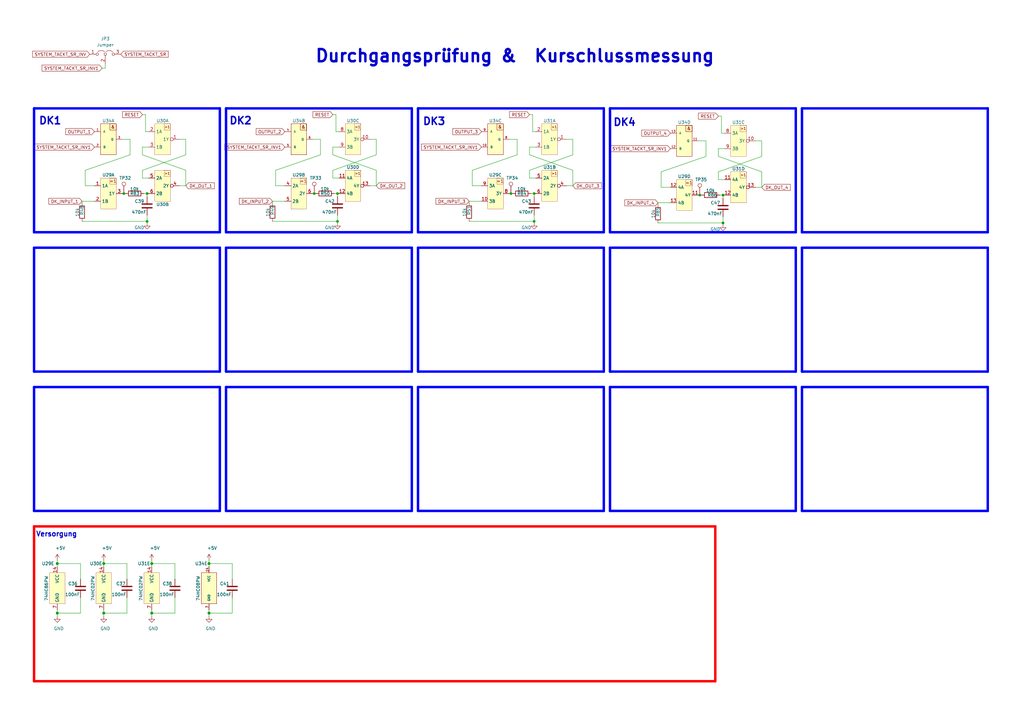
<source format=kicad_sch>
(kicad_sch (version 20210126) (generator eeschema)
  (paper "A3")
  (title_block (title "Kabeltester") (company "BMK Group") (comment 1 "Erstellt: Maximilian Hoffmann") (comment 2 "Geprüft: Robert Schulz"))
  (junction (at 23.495 231.14) (diameter 1.016))
  (junction (at 23.495 251.46) (diameter 1.016))
  (junction (at 42.545 231.14) (diameter 1.016))
  (junction (at 42.545 251.46) (diameter 1.016))
  (junction (at 50.8 79.375) (diameter 0.9144))
  (junction (at 60.325 79.375) (diameter 0.9144))
  (junction (at 60.325 90.805) (diameter 0.9144))
  (junction (at 62.23 231.14) (diameter 1.016))
  (junction (at 62.23 251.46) (diameter 1.016))
  (junction (at 85.725 231.14) (diameter 1.016))
  (junction (at 85.725 251.46) (diameter 1.016))
  (junction (at 128.905 79.375) (diameter 0.9144))
  (junction (at 138.43 79.375) (diameter 0.9144))
  (junction (at 138.43 90.805) (diameter 0.9144))
  (junction (at 209.55 79.375) (diameter 0.9144))
  (junction (at 219.075 79.375) (diameter 0.9144))
  (junction (at 219.075 90.805) (diameter 0.9144))
  (junction (at 287.02 80.01) (diameter 0.9144))
  (junction (at 296.545 80.01) (diameter 0.9144))
  (junction (at 296.545 91.44) (diameter 0.9144))
  (wire (pts (xy 23.495 231.14) (xy 23.495 229.87)))
  (wire (pts (xy 23.495 231.14) (xy 23.495 232.41)))
  (wire (pts (xy 23.495 250.19) (xy 23.495 251.46)))
  (wire (pts (xy 23.495 251.46) (xy 23.495 252.73)))
  (wire (pts (xy 33.02 231.14) (xy 23.495 231.14)))
  (wire (pts (xy 33.02 237.49) (xy 33.02 231.14)))
  (wire (pts (xy 33.02 245.11) (xy 33.02 251.46)))
  (wire (pts (xy 33.02 251.46) (xy 23.495 251.46)))
  (wire (pts (xy 33.655 82.55) (xy 33.655 83.185)))
  (wire (pts (xy 33.655 90.805) (xy 60.325 90.805)))
  (wire (pts (xy 34.925 69.85) (xy 34.925 76.2)))
  (wire (pts (xy 34.925 69.85) (xy 53.34 63.5)))
  (wire (pts (xy 34.925 76.2) (xy 38.735 76.2)))
  (wire (pts (xy 38.735 82.55) (xy 33.655 82.55)))
  (wire (pts (xy 42.545 231.14) (xy 42.545 229.87)))
  (wire (pts (xy 42.545 231.14) (xy 42.545 232.41)))
  (wire (pts (xy 42.545 250.19) (xy 42.545 251.46)))
  (wire (pts (xy 42.545 251.46) (xy 42.545 252.73)))
  (wire (pts (xy 43.18 26.035) (xy 43.18 27.94)))
  (wire (pts (xy 43.18 27.94) (xy 41.91 27.94)))
  (wire (pts (xy 50.165 57.15) (xy 53.34 57.15)))
  (wire (pts (xy 50.165 79.375) (xy 50.8 79.375)))
  (wire (pts (xy 50.8 78.74) (xy 50.8 79.375)))
  (wire (pts (xy 50.8 79.375) (xy 51.435 79.375)))
  (wire (pts (xy 52.07 231.14) (xy 42.545 231.14)))
  (wire (pts (xy 52.07 237.49) (xy 52.07 231.14)))
  (wire (pts (xy 52.07 245.11) (xy 52.07 251.46)))
  (wire (pts (xy 52.07 251.46) (xy 42.545 251.46)))
  (wire (pts (xy 53.34 57.15) (xy 53.34 63.5)))
  (wire (pts (xy 58.42 60.325) (xy 58.42 63.5)))
  (wire (pts (xy 58.42 63.5) (xy 76.2 69.85)))
  (wire (pts (xy 58.42 69.85) (xy 76.2 63.5)))
  (wire (pts (xy 58.42 73.025) (xy 58.42 69.85)))
  (wire (pts (xy 59.055 79.375) (xy 60.325 79.375)))
  (wire (pts (xy 59.69 46.99) (xy 58.42 46.99)))
  (wire (pts (xy 59.69 46.99) (xy 59.69 53.975)))
  (wire (pts (xy 59.69 53.975) (xy 60.96 53.975)))
  (wire (pts (xy 60.325 79.375) (xy 60.325 80.645)))
  (wire (pts (xy 60.325 79.375) (xy 60.96 79.375)))
  (wire (pts (xy 60.325 90.805) (xy 60.325 88.265)))
  (wire (pts (xy 60.325 90.805) (xy 60.325 91.44)))
  (wire (pts (xy 60.96 60.325) (xy 58.42 60.325)))
  (wire (pts (xy 60.96 73.025) (xy 58.42 73.025)))
  (wire (pts (xy 62.23 231.14) (xy 62.23 229.87)))
  (wire (pts (xy 62.23 231.14) (xy 62.23 232.41)))
  (wire (pts (xy 62.23 250.19) (xy 62.23 251.46)))
  (wire (pts (xy 62.23 251.46) (xy 62.23 252.73)))
  (wire (pts (xy 71.755 231.14) (xy 62.23 231.14)))
  (wire (pts (xy 71.755 237.49) (xy 71.755 231.14)))
  (wire (pts (xy 71.755 245.11) (xy 71.755 251.46)))
  (wire (pts (xy 71.755 251.46) (xy 62.23 251.46)))
  (wire (pts (xy 73.66 57.15) (xy 76.2 57.15)))
  (wire (pts (xy 73.66 76.2) (xy 76.2 76.2)))
  (wire (pts (xy 76.2 57.15) (xy 76.2 63.5)))
  (wire (pts (xy 76.2 69.85) (xy 76.2 76.2)))
  (wire (pts (xy 85.725 231.14) (xy 85.725 229.87)))
  (wire (pts (xy 85.725 231.14) (xy 85.725 232.41)))
  (wire (pts (xy 85.725 250.19) (xy 85.725 251.46)))
  (wire (pts (xy 85.725 251.46) (xy 85.725 252.73)))
  (wire (pts (xy 95.25 231.14) (xy 85.725 231.14)))
  (wire (pts (xy 95.25 237.49) (xy 95.25 231.14)))
  (wire (pts (xy 95.25 245.11) (xy 95.25 251.46)))
  (wire (pts (xy 95.25 251.46) (xy 85.725 251.46)))
  (wire (pts (xy 111.76 82.55) (xy 111.76 83.185)))
  (wire (pts (xy 111.76 90.805) (xy 138.43 90.805)))
  (wire (pts (xy 113.03 69.85) (xy 113.03 76.2)))
  (wire (pts (xy 113.03 69.85) (xy 131.445 63.5)))
  (wire (pts (xy 113.03 76.2) (xy 116.84 76.2)))
  (wire (pts (xy 116.84 82.55) (xy 111.76 82.55)))
  (wire (pts (xy 128.27 57.15) (xy 131.445 57.15)))
  (wire (pts (xy 128.27 79.375) (xy 128.905 79.375)))
  (wire (pts (xy 128.905 78.74) (xy 128.905 79.375)))
  (wire (pts (xy 128.905 79.375) (xy 129.54 79.375)))
  (wire (pts (xy 131.445 57.15) (xy 131.445 63.5)))
  (wire (pts (xy 136.525 60.325) (xy 136.525 63.5)))
  (wire (pts (xy 136.525 63.5) (xy 154.305 69.85)))
  (wire (pts (xy 136.525 69.85) (xy 154.305 63.5)))
  (wire (pts (xy 136.525 73.025) (xy 136.525 69.85)))
  (wire (pts (xy 137.16 79.375) (xy 138.43 79.375)))
  (wire (pts (xy 137.795 46.99) (xy 136.525 46.99)))
  (wire (pts (xy 137.795 46.99) (xy 137.795 53.975)))
  (wire (pts (xy 137.795 53.975) (xy 139.065 53.975)))
  (wire (pts (xy 138.43 79.375) (xy 138.43 80.645)))
  (wire (pts (xy 138.43 79.375) (xy 139.065 79.375)))
  (wire (pts (xy 138.43 90.805) (xy 138.43 88.265)))
  (wire (pts (xy 138.43 90.805) (xy 138.43 91.44)))
  (wire (pts (xy 139.065 60.325) (xy 136.525 60.325)))
  (wire (pts (xy 139.065 73.025) (xy 136.525 73.025)))
  (wire (pts (xy 151.765 57.15) (xy 154.305 57.15)))
  (wire (pts (xy 151.765 76.2) (xy 154.305 76.2)))
  (wire (pts (xy 154.305 57.15) (xy 154.305 63.5)))
  (wire (pts (xy 154.305 69.85) (xy 154.305 76.2)))
  (wire (pts (xy 192.405 82.55) (xy 192.405 83.185)))
  (wire (pts (xy 192.405 90.805) (xy 219.075 90.805)))
  (wire (pts (xy 193.675 69.85) (xy 193.675 76.2)))
  (wire (pts (xy 193.675 69.85) (xy 212.09 63.5)))
  (wire (pts (xy 193.675 76.2) (xy 197.485 76.2)))
  (wire (pts (xy 197.485 82.55) (xy 192.405 82.55)))
  (wire (pts (xy 208.915 57.15) (xy 212.09 57.15)))
  (wire (pts (xy 208.915 79.375) (xy 209.55 79.375)))
  (wire (pts (xy 209.55 78.74) (xy 209.55 79.375)))
  (wire (pts (xy 209.55 79.375) (xy 210.185 79.375)))
  (wire (pts (xy 212.09 57.15) (xy 212.09 63.5)))
  (wire (pts (xy 217.17 60.325) (xy 217.17 63.5)))
  (wire (pts (xy 217.17 63.5) (xy 234.95 69.85)))
  (wire (pts (xy 217.17 69.85) (xy 234.95 63.5)))
  (wire (pts (xy 217.17 73.025) (xy 217.17 69.85)))
  (wire (pts (xy 217.805 79.375) (xy 219.075 79.375)))
  (wire (pts (xy 218.44 46.99) (xy 217.17 46.99)))
  (wire (pts (xy 218.44 46.99) (xy 218.44 53.975)))
  (wire (pts (xy 218.44 53.975) (xy 219.71 53.975)))
  (wire (pts (xy 219.075 79.375) (xy 219.075 80.645)))
  (wire (pts (xy 219.075 79.375) (xy 219.71 79.375)))
  (wire (pts (xy 219.075 90.805) (xy 219.075 88.265)))
  (wire (pts (xy 219.075 90.805) (xy 219.075 91.44)))
  (wire (pts (xy 219.71 60.325) (xy 217.17 60.325)))
  (wire (pts (xy 219.71 73.025) (xy 217.17 73.025)))
  (wire (pts (xy 232.41 57.15) (xy 234.95 57.15)))
  (wire (pts (xy 232.41 76.2) (xy 234.95 76.2)))
  (wire (pts (xy 234.95 57.15) (xy 234.95 63.5)))
  (wire (pts (xy 234.95 69.85) (xy 234.95 76.2)))
  (wire (pts (xy 269.875 83.185) (xy 269.875 83.82)))
  (wire (pts (xy 269.875 91.44) (xy 296.545 91.44)))
  (wire (pts (xy 271.145 70.485) (xy 271.145 76.835)))
  (wire (pts (xy 271.145 70.485) (xy 289.56 64.135)))
  (wire (pts (xy 271.145 76.835) (xy 274.955 76.835)))
  (wire (pts (xy 274.955 83.185) (xy 269.875 83.185)))
  (wire (pts (xy 286.385 57.785) (xy 289.56 57.785)))
  (wire (pts (xy 286.385 80.01) (xy 287.02 80.01)))
  (wire (pts (xy 287.02 79.375) (xy 287.02 80.01)))
  (wire (pts (xy 287.02 80.01) (xy 287.655 80.01)))
  (wire (pts (xy 289.56 57.785) (xy 289.56 64.135)))
  (wire (pts (xy 294.64 60.96) (xy 294.64 64.135)))
  (wire (pts (xy 294.64 64.135) (xy 312.42 70.485)))
  (wire (pts (xy 294.64 70.485) (xy 312.42 64.135)))
  (wire (pts (xy 294.64 73.66) (xy 294.64 70.485)))
  (wire (pts (xy 295.275 80.01) (xy 296.545 80.01)))
  (wire (pts (xy 295.91 47.625) (xy 294.64 47.625)))
  (wire (pts (xy 295.91 47.625) (xy 295.91 54.61)))
  (wire (pts (xy 295.91 54.61) (xy 297.18 54.61)))
  (wire (pts (xy 296.545 80.01) (xy 296.545 81.28)))
  (wire (pts (xy 296.545 80.01) (xy 297.18 80.01)))
  (wire (pts (xy 296.545 91.44) (xy 296.545 88.9)))
  (wire (pts (xy 296.545 91.44) (xy 296.545 92.075)))
  (wire (pts (xy 297.18 60.96) (xy 294.64 60.96)))
  (wire (pts (xy 297.18 73.66) (xy 294.64 73.66)))
  (wire (pts (xy 309.88 57.785) (xy 312.42 57.785)))
  (wire (pts (xy 309.88 76.835) (xy 312.42 76.835)))
  (wire (pts (xy 312.42 57.785) (xy 312.42 64.135)))
  (wire (pts (xy 312.42 70.485) (xy 312.42 76.835)))
  (polyline (pts (xy 13.97 44.45) (xy 13.97 95.25)) (stroke (width 1) (type solid) (color 0 0 255 1)))
  (polyline (pts (xy 13.97 44.45) (xy 90.17 44.45)) (stroke (width 1) (type solid) (color 0 0 255 1)))
  (polyline (pts (xy 13.97 101.6) (xy 13.97 152.4)) (stroke (width 1) (type solid) (color 0 0 255 1)))
  (polyline (pts (xy 13.97 101.6) (xy 90.17 101.6)) (stroke (width 1) (type solid) (color 0 0 255 1)))
  (polyline (pts (xy 13.97 158.75) (xy 13.97 209.55)) (stroke (width 1) (type solid) (color 0 0 255 1)))
  (polyline (pts (xy 13.97 158.75) (xy 90.17 158.75)) (stroke (width 1) (type solid) (color 0 0 255 1)))
  (polyline (pts (xy 13.97 215.9) (xy 13.97 279.4)) (stroke (width 1) (type solid) (color 255 0 0 1)))
  (polyline (pts (xy 13.97 215.9) (xy 293.37 215.9)) (stroke (width 1) (type solid) (color 255 0 0 1)))
  (polyline (pts (xy 90.17 44.45) (xy 90.17 95.25)) (stroke (width 1) (type solid) (color 0 0 255 1)))
  (polyline (pts (xy 90.17 95.25) (xy 13.97 95.25)) (stroke (width 1) (type solid) (color 0 0 255 1)))
  (polyline (pts (xy 90.17 101.6) (xy 90.17 152.4)) (stroke (width 1) (type solid) (color 0 0 255 1)))
  (polyline (pts (xy 90.17 152.4) (xy 13.97 152.4)) (stroke (width 1) (type solid) (color 0 0 255 1)))
  (polyline (pts (xy 90.17 158.75) (xy 90.17 209.55)) (stroke (width 1) (type solid) (color 0 0 255 1)))
  (polyline (pts (xy 90.17 209.55) (xy 13.97 209.55)) (stroke (width 1) (type solid) (color 0 0 255 1)))
  (polyline (pts (xy 92.71 44.45) (xy 92.71 95.25)) (stroke (width 1) (type solid) (color 0 0 255 1)))
  (polyline (pts (xy 92.71 44.45) (xy 168.91 44.45)) (stroke (width 1) (type solid) (color 0 0 255 1)))
  (polyline (pts (xy 92.71 101.6) (xy 92.71 152.4)) (stroke (width 1) (type solid) (color 0 0 255 1)))
  (polyline (pts (xy 92.71 101.6) (xy 168.91 101.6)) (stroke (width 1) (type solid) (color 0 0 255 1)))
  (polyline (pts (xy 92.71 158.75) (xy 92.71 209.55)) (stroke (width 1) (type solid) (color 0 0 255 1)))
  (polyline (pts (xy 92.71 158.75) (xy 168.91 158.75)) (stroke (width 1) (type solid) (color 0 0 255 1)))
  (polyline (pts (xy 168.91 44.45) (xy 168.91 95.25)) (stroke (width 1) (type solid) (color 0 0 255 1)))
  (polyline (pts (xy 168.91 95.25) (xy 92.71 95.25)) (stroke (width 1) (type solid) (color 0 0 255 1)))
  (polyline (pts (xy 168.91 101.6) (xy 168.91 152.4)) (stroke (width 1) (type solid) (color 0 0 255 1)))
  (polyline (pts (xy 168.91 152.4) (xy 92.71 152.4)) (stroke (width 1) (type solid) (color 0 0 255 1)))
  (polyline (pts (xy 168.91 158.75) (xy 168.91 209.55)) (stroke (width 1) (type solid) (color 0 0 255 1)))
  (polyline (pts (xy 168.91 209.55) (xy 92.71 209.55)) (stroke (width 1) (type solid) (color 0 0 255 1)))
  (polyline (pts (xy 171.45 44.45) (xy 171.45 95.25)) (stroke (width 1) (type solid) (color 0 0 255 1)))
  (polyline (pts (xy 171.45 44.45) (xy 247.65 44.45)) (stroke (width 1) (type solid) (color 0 0 255 1)))
  (polyline (pts (xy 171.45 101.6) (xy 171.45 152.4)) (stroke (width 1) (type solid) (color 0 0 255 1)))
  (polyline (pts (xy 171.45 101.6) (xy 247.65 101.6)) (stroke (width 1) (type solid) (color 0 0 255 1)))
  (polyline (pts (xy 171.45 158.75) (xy 171.45 209.55)) (stroke (width 1) (type solid) (color 0 0 255 1)))
  (polyline (pts (xy 171.45 158.75) (xy 247.65 158.75)) (stroke (width 1) (type solid) (color 0 0 255 1)))
  (polyline (pts (xy 247.65 44.45) (xy 247.65 95.25)) (stroke (width 1) (type solid) (color 0 0 255 1)))
  (polyline (pts (xy 247.65 95.25) (xy 171.45 95.25)) (stroke (width 1) (type solid) (color 0 0 255 1)))
  (polyline (pts (xy 247.65 101.6) (xy 247.65 152.4)) (stroke (width 1) (type solid) (color 0 0 255 1)))
  (polyline (pts (xy 247.65 152.4) (xy 171.45 152.4)) (stroke (width 1) (type solid) (color 0 0 255 1)))
  (polyline (pts (xy 247.65 158.75) (xy 247.65 209.55)) (stroke (width 1) (type solid) (color 0 0 255 1)))
  (polyline (pts (xy 247.65 209.55) (xy 171.45 209.55)) (stroke (width 1) (type solid) (color 0 0 255 1)))
  (polyline (pts (xy 250.19 44.45) (xy 250.19 95.25)) (stroke (width 1) (type solid) (color 0 0 255 1)))
  (polyline (pts (xy 250.19 44.45) (xy 326.39 44.45)) (stroke (width 1) (type solid) (color 0 0 255 1)))
  (polyline (pts (xy 250.19 101.6) (xy 250.19 152.4)) (stroke (width 1) (type solid) (color 0 0 255 1)))
  (polyline (pts (xy 250.19 101.6) (xy 326.39 101.6)) (stroke (width 1) (type solid) (color 0 0 255 1)))
  (polyline (pts (xy 250.19 158.75) (xy 250.19 209.55)) (stroke (width 1) (type solid) (color 0 0 255 1)))
  (polyline (pts (xy 250.19 158.75) (xy 326.39 158.75)) (stroke (width 1) (type solid) (color 0 0 255 1)))
  (polyline (pts (xy 293.37 215.9) (xy 293.37 279.4)) (stroke (width 1) (type solid) (color 255 0 0 1)))
  (polyline (pts (xy 293.37 279.4) (xy 13.97 279.4)) (stroke (width 1) (type solid) (color 255 0 0 1)))
  (polyline (pts (xy 326.39 44.45) (xy 326.39 95.25)) (stroke (width 1) (type solid) (color 0 0 255 1)))
  (polyline (pts (xy 326.39 95.25) (xy 250.19 95.25)) (stroke (width 1) (type solid) (color 0 0 255 1)))
  (polyline (pts (xy 326.39 101.6) (xy 326.39 152.4)) (stroke (width 1) (type solid) (color 0 0 255 1)))
  (polyline (pts (xy 326.39 152.4) (xy 250.19 152.4)) (stroke (width 1) (type solid) (color 0 0 255 1)))
  (polyline (pts (xy 326.39 158.75) (xy 326.39 209.55)) (stroke (width 1) (type solid) (color 0 0 255 1)))
  (polyline (pts (xy 326.39 209.55) (xy 250.19 209.55)) (stroke (width 1) (type solid) (color 0 0 255 1)))
  (polyline (pts (xy 328.93 44.45) (xy 328.93 95.25)) (stroke (width 1) (type solid) (color 0 0 255 1)))
  (polyline (pts (xy 328.93 44.45) (xy 405.13 44.45)) (stroke (width 1) (type solid) (color 0 0 255 1)))
  (polyline (pts (xy 328.93 101.6) (xy 328.93 152.4)) (stroke (width 1) (type solid) (color 0 0 255 1)))
  (polyline (pts (xy 328.93 101.6) (xy 405.13 101.6)) (stroke (width 1) (type solid) (color 0 0 255 1)))
  (polyline (pts (xy 328.93 158.75) (xy 328.93 209.55)) (stroke (width 1) (type solid) (color 0 0 255 1)))
  (polyline (pts (xy 328.93 158.75) (xy 405.13 158.75)) (stroke (width 1) (type solid) (color 0 0 255 1)))
  (polyline (pts (xy 405.13 44.45) (xy 405.13 95.25)) (stroke (width 1) (type solid) (color 0 0 255 1)))
  (polyline (pts (xy 405.13 95.25) (xy 328.93 95.25)) (stroke (width 1) (type solid) (color 0 0 255 1)))
  (polyline (pts (xy 405.13 101.6) (xy 405.13 152.4)) (stroke (width 1) (type solid) (color 0 0 255 1)))
  (polyline (pts (xy 405.13 152.4) (xy 328.93 152.4)) (stroke (width 1) (type solid) (color 0 0 255 1)))
  (polyline (pts (xy 405.13 158.75) (xy 405.13 209.55)) (stroke (width 1) (type solid) (color 0 0 255 1)))
  (polyline (pts (xy 405.13 209.55) (xy 328.93 209.55)) (stroke (width 1) (type solid) (color 0 0 255 1)))
  (text "DK1" (at 25.4 51.435 180) (effects (font (size 3 3) (thickness 0.6) bold) (justify right bottom)))
  (text "Versorgung" (at 31.75 220.345 180) (effects (font (size 2 2) (thickness 0.4) bold) (justify right bottom)))
  (text "DK2\n" (at 103.505 51.435 180) (effects (font (size 3 3) (thickness 0.6) bold) (justify right bottom)))
  (text "DK3\n\n" (at 182.88 56.515 180) (effects (font (size 3 3) (thickness 0.6) bold) (justify right bottom)))
  (text "DK4\n" (at 260.985 52.07 180) (effects (font (size 3 3) (thickness 0.6) bold) (justify right bottom)))
  (text "Durchgangsprüfung &  Kurschlussmessung\n" (at 293.37 26.035 180) (effects (font (size 5 5) (thickness 1) bold) (justify right bottom)))
  (global_label "DK_INPUT_1" (shape input) (at 33.655 82.55 180) (property "Intersheet References" "${INTERSHEET_REFS}" (effects hide)))
  (global_label "SYSTEM_TACKT_SR_INV" (shape input) (at 36.83 22.225 180) (property "Intersheet References" "${INTERSHEET_REFS}" (effects hide)))
  (global_label "OUTPUT_1" (shape input) (at 38.735 53.975 180) (property "Intersheet References" "${INTERSHEET_REFS}" (effects hide)))
  (global_label "SYSTEM_TACKT_SR_INV1" (shape input) (at 38.735 60.325 180) (property "Intersheet References" "${INTERSHEET_REFS}" (effects hide)))
  (global_label "SYSTEM_TACKT_SR_INV1" (shape input) (at 41.91 27.94 180) (property "Intersheet References" "${INTERSHEET_REFS}" (effects hide)))
  (global_label "SYSTEM_TACKT_SR" (shape input) (at 49.53 22.225 0) (property "Intersheet References" "${INTERSHEET_REFS}" (effects hide)))
  (global_label "RESET" (shape input) (at 58.42 46.99 180) (property "Intersheet References" "${INTERSHEET_REFS}" (effects hide)))
  (global_label "DK_OUT_1" (shape input) (at 76.2 76.2 0) (property "Intersheet References" "${INTERSHEET_REFS}" (effects hide)))
  (global_label "DK_INPUT_2" (shape input) (at 111.76 82.55 180) (property "Intersheet References" "${INTERSHEET_REFS}" (effects hide)))
  (global_label "OUTPUT_2" (shape input) (at 116.84 53.975 180) (property "Intersheet References" "${INTERSHEET_REFS}" (effects hide)))
  (global_label "SYSTEM_TACKT_SR_INV1" (shape input) (at 116.84 60.325 180) (property "Intersheet References" "${INTERSHEET_REFS}" (effects hide)))
  (global_label "RESET" (shape input) (at 136.525 46.99 180) (property "Intersheet References" "${INTERSHEET_REFS}" (effects hide)))
  (global_label "DK_OUT_2" (shape input) (at 154.305 76.2 0) (property "Intersheet References" "${INTERSHEET_REFS}" (effects hide)))
  (global_label "DK_INPUT_3" (shape input) (at 192.405 82.55 180) (property "Intersheet References" "${INTERSHEET_REFS}" (effects hide)))
  (global_label "OUTPUT_3" (shape input) (at 197.485 53.975 180) (property "Intersheet References" "${INTERSHEET_REFS}" (effects hide)))
  (global_label "SYSTEM_TACKT_SR_INV1" (shape input) (at 197.485 60.325 180) (property "Intersheet References" "${INTERSHEET_REFS}" (effects hide)))
  (global_label "RESET" (shape input) (at 217.17 46.99 180) (property "Intersheet References" "${INTERSHEET_REFS}" (effects hide)))
  (global_label "DK_OUT_3" (shape input) (at 234.95 76.2 0) (property "Intersheet References" "${INTERSHEET_REFS}" (effects hide)))
  (global_label "DK_INPUT_4" (shape input) (at 269.875 83.185 180) (property "Intersheet References" "${INTERSHEET_REFS}" (effects hide)))
  (global_label "OUTPUT_4" (shape input) (at 274.955 54.61 180) (property "Intersheet References" "${INTERSHEET_REFS}" (effects hide)))
  (global_label "SYSTEM_TACKT_SR_INV1" (shape input) (at 274.955 60.96 180) (property "Intersheet References" "${INTERSHEET_REFS}" (effects hide)))
  (global_label "RESET" (shape input) (at 294.64 47.625 180) (property "Intersheet References" "${INTERSHEET_REFS}" (effects hide)))
  (global_label "DK_OUT_4" (shape input) (at 312.42 76.835 0) (property "Intersheet References" "${INTERSHEET_REFS}" (effects hide)))
  (symbol (lib_id "Connector:TestPoint") (at 50.8 78.74 0) (unit 1)
    (property "Reference" "TP32" (at 48.895 73.025 0) (effects (justify left)))
    (property "Value" "TestPoint" (effects hide))
    (property "Footprint" "TestPoint:TestPoint_Pad_D1.0mm" (effects hide))
    (property "BMK-Nr" "-" (effects hide))
    (property "Mouser" "-" (effects hide))
  )
  (symbol (lib_id "Connector:TestPoint") (at 128.905 78.74 0) (unit 1)
    (property "Reference" "TP33" (at 127 73.025 0) (effects (justify left)))
    (property "Value" "TestPoint" (effects hide))
    (property "Footprint" "TestPoint:TestPoint_Pad_D1.0mm" (effects hide))
    (property "BMK-Nr" "-" (effects hide))
    (property "Mouser" "-" (effects hide))
  )
  (symbol (lib_id "Connector:TestPoint") (at 209.55 78.74 0) (unit 1)
    (property "Reference" "TP34" (at 207.645 73.025 0) (effects (justify left)))
    (property "Value" "TestPoint" (effects hide))
    (property "Footprint" "TestPoint:TestPoint_Pad_D1.0mm" (effects hide))
    (property "BMK-Nr" "-" (effects hide))
    (property "Mouser" "-" (effects hide))
  )
  (symbol (lib_id "Connector:TestPoint") (at 287.02 79.375 0) (unit 1)
    (property "Reference" "TP35" (at 285.115 73.66 0) (effects (justify left)))
    (property "Value" "TestPoint" (effects hide))
    (property "Footprint" "TestPoint:TestPoint_Pad_D1.0mm" (effects hide))
    (property "BMK-Nr" "-" (effects hide))
    (property "Mouser" "-" (effects hide))
  )
  (symbol (lib_id "power:+5V") (at 23.495 229.87 0) (unit 1)
    (property "Reference" "#PWR0112" (effects hide))
    (property "Value" "+5V" (at 24.765 224.79 0))
  )
  (symbol (lib_id "power:+5V") (at 42.545 229.87 0) (unit 1)
    (property "Reference" "#PWR0115" (effects hide))
    (property "Value" "+5V" (at 43.815 224.79 0))
  )
  (symbol (lib_id "power:+5V") (at 62.23 229.87 0) (unit 1)
    (property "Reference" "#PWR0117" (effects hide))
    (property "Value" "+5V" (at 63.5 224.79 0))
  )
  (symbol (lib_id "power:+5V") (at 85.725 229.87 0) (unit 1)
    (property "Reference" "#PWR0119" (effects hide))
    (property "Value" "+5V" (at 86.995 224.79 0))
  )
  (symbol (lib_id "power:GND") (at 23.495 252.73 0) (unit 1)
    (property "Reference" "#PWR0113" (effects hide))
    (property "Value" "GND" (at 24.13 257.81 0))
  )
  (symbol (lib_id "power:GND") (at 42.545 252.73 0) (unit 1)
    (property "Reference" "#PWR0116" (effects hide))
    (property "Value" "GND" (at 43.18 257.81 0))
  )
  (symbol (lib_id "power:GND") (at 60.325 91.44 0) (unit 1)
    (property "Reference" "#PWR071" (effects hide))
    (property "Value" "GND" (at 57.15 93.345 0))
  )
  (symbol (lib_id "power:GND") (at 62.23 252.73 0) (unit 1)
    (property "Reference" "#PWR0118" (effects hide))
    (property "Value" "GND" (at 62.865 257.81 0))
  )
  (symbol (lib_id "power:GND") (at 85.725 252.73 0) (unit 1)
    (property "Reference" "#PWR0120" (effects hide))
    (property "Value" "GND" (at 86.36 257.81 0))
  )
  (symbol (lib_id "power:GND") (at 138.43 91.44 0) (unit 1)
    (property "Reference" "#PWR0121" (effects hide))
    (property "Value" "GND" (at 135.255 93.345 0))
  )
  (symbol (lib_id "power:GND") (at 219.075 91.44 0) (unit 1)
    (property "Reference" "#PWR0122" (effects hide))
    (property "Value" "GND" (at 215.9 93.345 0))
  )
  (symbol (lib_id "power:GND") (at 296.545 92.075 0) (unit 1)
    (property "Reference" "#PWR0123" (effects hide))
    (property "Value" "GND" (at 293.37 93.98 0))
  )
  (symbol (lib_name "Device:R_1") (lib_id "Device:R") (at 33.655 86.995 0) (unit 1)
    (property "Reference" "R48" (at 33.655 88.265 90) (effects (justify left)))
    (property "Value" "10k" (at 31.75 88.9 90) (effects (justify left)))
    (property "Footprint" "Resistor_SMD:R_0603_1608Metric_Pad0.98x0.95mm_HandSolder" (effects hide))
    (property "BMK-Nr" "BS" (effects hide))
    (property "Mouser" "-" (effects hide))
  )
  (symbol (lib_name "Device:R_1") (lib_id "Device:R") (at 55.245 79.375 270) (unit 1)
    (property "Reference" "R83" (at 53.34 79.375 90) (effects (justify left)))
    (property "Value" "10k" (at 53.34 77.47 90) (effects (justify left)))
    (property "Footprint" "Resistor_SMD:R_0603_1608Metric_Pad0.98x0.95mm_HandSolder" (effects hide))
    (property "BMK-Nr" "BS" (effects hide))
    (property "Mouser" "-" (effects hide))
  )
  (symbol (lib_name "Device:R_1") (lib_id "Device:R") (at 111.76 86.995 0) (unit 1)
    (property "Reference" "R49" (at 111.76 88.265 90) (effects (justify left)))
    (property "Value" "10k" (at 109.855 88.9 90) (effects (justify left)))
    (property "Footprint" "Resistor_SMD:R_0603_1608Metric_Pad0.98x0.95mm_HandSolder" (effects hide))
    (property "BMK-Nr" "BS" (effects hide))
    (property "Mouser" "-" (effects hide))
  )
  (symbol (lib_name "Device:R_1") (lib_id "Device:R") (at 133.35 79.375 270) (unit 1)
    (property "Reference" "R50" (at 131.445 79.375 90) (effects (justify left)))
    (property "Value" "10k" (at 131.445 77.47 90) (effects (justify left)))
    (property "Footprint" "Resistor_SMD:R_0603_1608Metric_Pad0.98x0.95mm_HandSolder" (effects hide))
    (property "BMK-Nr" "BS" (effects hide))
    (property "Mouser" "-" (effects hide))
  )
  (symbol (lib_name "Device:R_1") (lib_id "Device:R") (at 192.405 86.995 0) (unit 1)
    (property "Reference" "R51" (at 192.405 88.265 90) (effects (justify left)))
    (property "Value" "10k" (at 190.5 88.9 90) (effects (justify left)))
    (property "Footprint" "Resistor_SMD:R_0603_1608Metric_Pad0.98x0.95mm_HandSolder" (effects hide))
    (property "BMK-Nr" "BS" (effects hide))
    (property "Mouser" "-" (effects hide))
  )
  (symbol (lib_name "Device:R_1") (lib_id "Device:R") (at 213.995 79.375 270) (unit 1)
    (property "Reference" "R84" (at 212.09 79.375 90) (effects (justify left)))
    (property "Value" "10k" (at 212.09 77.47 90) (effects (justify left)))
    (property "Footprint" "Resistor_SMD:R_0603_1608Metric_Pad0.98x0.95mm_HandSolder" (effects hide))
    (property "BMK-Nr" "BS" (effects hide))
    (property "Mouser" "-" (effects hide))
  )
  (symbol (lib_name "Device:R_1") (lib_id "Device:R") (at 269.875 87.63 0) (unit 1)
    (property "Reference" "R85" (at 269.875 88.9 90) (effects (justify left)))
    (property "Value" "10k" (at 267.97 89.535 90) (effects (justify left)))
    (property "Footprint" "Resistor_SMD:R_0603_1608Metric_Pad0.98x0.95mm_HandSolder" (effects hide))
    (property "BMK-Nr" "BS" (effects hide))
    (property "Mouser" "-" (effects hide))
  )
  (symbol (lib_name "Device:R_1") (lib_id "Device:R") (at 291.465 80.01 270) (unit 1)
    (property "Reference" "R86" (at 290.195 80.01 90) (effects (justify left)))
    (property "Value" "10k" (at 289.56 78.105 90) (effects (justify left)))
    (property "Footprint" "Resistor_SMD:R_0603_1608Metric_Pad0.98x0.95mm_HandSolder" (effects hide))
    (property "BMK-Nr" "BS" (effects hide))
    (property "Mouser" "-" (effects hide))
  )
  (symbol (lib_name "Device:C_5") (lib_id "Device:C") (at 33.02 241.3 0) (unit 1)
    (property "Reference" "C36" (at 27.94 239.395 0) (effects (justify left)))
    (property "Value" "100nF" (at 26.67 243.84 0) (effects (justify left)))
    (property "Footprint" "Capacitor_SMD:C_0603_1608Metric_Pad1.08x0.95mm_HandSolder" (effects hide))
    (property "BMK-Nr" "BS" (effects hide))
  )
  (symbol (lib_name "Device:C_7") (lib_id "Device:C") (at 52.07 241.3 0) (unit 1)
    (property "Reference" "C37" (at 47.625 239.395 0) (effects (justify left)))
    (property "Value" "100nF" (at 45.72 243.84 0) (effects (justify left)))
    (property "Footprint" "Capacitor_SMD:C_0603_1608Metric_Pad1.08x0.95mm_HandSolder" (effects hide))
    (property "BMK-Nr" "BS" (effects hide))
  )
  (symbol (lib_name "Device:C_5") (lib_id "Device:C") (at 60.325 84.455 0) (unit 1)
    (property "Reference" "C39" (at 55.245 82.55 0) (effects (justify left)))
    (property "Value" "470nF" (at 53.975 86.995 0) (effects (justify left)))
    (property "Footprint" "Capacitor_SMD:C_0603_1608Metric_Pad1.08x0.95mm_HandSolder" (effects hide))
    (property "BMK-Nr" "BS" (effects hide))
  )
  (symbol (lib_name "Device:C_6") (lib_id "Device:C") (at 71.755 241.3 0) (unit 1)
    (property "Reference" "C38" (at 66.675 239.395 0) (effects (justify left)))
    (property "Value" "100nF" (at 65.405 243.84 0) (effects (justify left)))
    (property "Footprint" "Capacitor_SMD:C_0603_1608Metric_Pad1.08x0.95mm_HandSolder" (effects hide))
    (property "BMK-Nr" "BS" (effects hide))
  )
  (symbol (lib_name "Device:C_6") (lib_id "Device:C") (at 95.25 241.3 0) (unit 1)
    (property "Reference" "C41" (at 90.17 239.395 0) (effects (justify left)))
    (property "Value" "100nF" (at 88.9 243.84 0) (effects (justify left)))
    (property "Footprint" "Capacitor_SMD:C_0603_1608Metric_Pad1.08x0.95mm_HandSolder" (effects hide))
    (property "BMK-Nr" "BS" (effects hide))
  )
  (symbol (lib_name "Device:C_5") (lib_id "Device:C") (at 138.43 84.455 0) (unit 1)
    (property "Reference" "C42" (at 133.35 82.55 0) (effects (justify left)))
    (property "Value" "470nF" (at 132.08 86.995 0) (effects (justify left)))
    (property "Footprint" "Capacitor_SMD:C_0603_1608Metric_Pad1.08x0.95mm_HandSolder" (effects hide))
    (property "BMK-Nr" "BS" (effects hide))
  )
  (symbol (lib_name "Device:C_5") (lib_id "Device:C") (at 219.075 84.455 0) (unit 1)
    (property "Reference" "C43" (at 213.995 82.55 0) (effects (justify left)))
    (property "Value" "470nF" (at 212.725 86.995 0) (effects (justify left)))
    (property "Footprint" "Capacitor_SMD:C_0603_1608Metric_Pad1.08x0.95mm_HandSolder" (effects hide))
    (property "BMK-Nr" "BS" (effects hide))
  )
  (symbol (lib_name "Device:C_5") (lib_id "Device:C") (at 296.545 85.09 0) (unit 1)
    (property "Reference" "C47" (at 291.465 83.185 0) (effects (justify left)))
    (property "Value" "470nF" (at 290.195 87.63 0) (effects (justify left)))
    (property "Footprint" "Capacitor_SMD:C_0603_1608Metric_Pad1.08x0.95mm_HandSolder" (effects hide))
    (property "BMK-Nr" "BS" (effects hide))
  )
  (symbol (lib_id "Jumper:Jumper_3_Open") (at 43.18 22.225 0) (unit 1)
    (property "Reference" "JP3" (at 43.18 15.875 0))
    (property "Value" "Jumper" (at 43.18 18.415 0))
    (property "Footprint" "Jumper:SolderJumper-3_P1.3mm_Open_RoundedPad1.0x1.5mm" (effects hide))
  )
  (symbol (lib_id "Kabeltester:74HC08PW") (at 85.725 241.3 0) (unit 5)
    (property "Reference" "U34" (at 82.55 231.14 0))
    (property "Value" "74HC08PW" (at 81.28 241.3 90))
    (property "Footprint" "Package_SO:TSSOP-14_4.4x5mm_P0.65mm" (effects hide))
    (property "Datasheet" "https://www.ti.com/lit/ds/symlink/sn74hc08-q1.pdf?HQS=dis-mous-null-mousermode-dsf-pf-null-wwe&ts=1614454333862&ref_url=https%253A%252F%252Fwww.mouser.de%252F" (effects hide))
    (property "BMK-Nr" "06-0975" (effects hide))
    (property "Mouser" "771-HC08PW118" (effects hide))
  )
  (symbol (lib_id "Kabeltester:74HC86PW") (at 23.495 241.3 0) (unit 5)
    (property "Reference" "U29" (at 19.685 231.14 0))
    (property "Value" "74HC86PW" (at 19.05 241.3 90))
    (property "Footprint" "Package_SO:TSSOP-14_4.4x5mm_P0.65mm" (effects hide))
    (property "Datasheet" "https://www.mouser.de/datasheet/2/916/74HC_HCT86-1319799.pdf" (effects hide))
    (property "BMK-Nr" "06-3524-1" (effects hide))
    (property "Mouser" "771-HC86PW118" (effects hide))
  )
  (symbol (lib_name "Kabeltester:74HC02PW_3") (lib_id "Kabeltester:74HC02PW") (at 42.545 241.3 0) (unit 5)
    (property "Reference" "U30" (at 39.37 231.14 0))
    (property "Value" "74HC02PW" (at 38.1 241.3 90))
    (property "Footprint" "Package_SO:TSSOP-14_4.4x5mm_P0.65mm" (effects hide))
    (property "Datasheet" "https://www.mouser.de/datasheet/2/916/74AHC_AHCT02-1597343.pdf" (effects hide))
    (property "BMK-Nr" "06-0471-1" (effects hide))
    (property "Mouser" "771-74AHC02PW-T" (effects hide))
  )
  (symbol (lib_name "Kabeltester:74HC02PW_4") (lib_id "Kabeltester:74HC02PW") (at 62.23 241.3 0) (unit 5)
    (property "Reference" "U31" (at 59.055 231.14 0))
    (property "Value" "74HC02PW" (at 57.785 241.3 90))
    (property "Footprint" "Package_SO:TSSOP-14_4.4x5mm_P0.65mm" (effects hide))
    (property "Datasheet" "https://www.mouser.de/datasheet/2/916/74AHC_AHCT02-1597343.pdf" (effects hide))
    (property "BMK-Nr" "06-0471-1" (effects hide))
    (property "Mouser" "771-74AHC02PW-T" (effects hide))
  )
  (symbol (lib_id "Kabeltester:74HC08PW") (at 44.45 57.15 0) (unit 1)
    (property "Reference" "U34" (at 44.45 49.53 0))
    (property "Value" "74HC08PW" (effects hide))
    (property "Footprint" "Package_SO:TSSOP-14_4.4x5mm_P0.65mm" (effects hide))
    (property "Datasheet" "https://www.ti.com/lit/ds/symlink/sn74hc08-q1.pdf?HQS=dis-mous-null-mousermode-dsf-pf-null-wwe&ts=1614454333862&ref_url=https%253A%252F%252Fwww.mouser.de%252F" (effects hide))
    (property "BMK-Nr" "06-0975" (effects hide))
    (property "Mouser" "771-HC08PW118" (effects hide))
  )
  (symbol (lib_id "Kabeltester:74HC08PW") (at 122.555 57.15 0) (unit 2)
    (property "Reference" "U34" (at 122.555 49.53 0))
    (property "Value" "74HC08PW" (effects hide))
    (property "Footprint" "Package_SO:TSSOP-14_4.4x5mm_P0.65mm" (effects hide))
    (property "Datasheet" "https://www.ti.com/lit/ds/symlink/sn74hc08-q1.pdf?HQS=dis-mous-null-mousermode-dsf-pf-null-wwe&ts=1614454333862&ref_url=https%253A%252F%252Fwww.mouser.de%252F" (effects hide))
    (property "BMK-Nr" "06-0975" (effects hide))
    (property "Mouser" "771-HC08PW118" (effects hide))
  )
  (symbol (lib_id "Kabeltester:74HC08PW") (at 203.2 57.15 0) (unit 3)
    (property "Reference" "U34" (at 203.2 49.53 0))
    (property "Value" "74HC08PW" (effects hide))
    (property "Footprint" "Package_SO:TSSOP-14_4.4x5mm_P0.65mm" (effects hide))
    (property "Datasheet" "https://www.ti.com/lit/ds/symlink/sn74hc08-q1.pdf?HQS=dis-mous-null-mousermode-dsf-pf-null-wwe&ts=1614454333862&ref_url=https%253A%252F%252Fwww.mouser.de%252F" (effects hide))
    (property "BMK-Nr" "06-0975" (effects hide))
    (property "Mouser" "771-HC08PW118" (effects hide))
  )
  (symbol (lib_id "Kabeltester:74HC08PW") (at 280.67 57.785 0) (unit 4)
    (property "Reference" "U34" (at 280.67 50.165 0))
    (property "Value" "74HC08PW" (effects hide))
    (property "Footprint" "Package_SO:TSSOP-14_4.4x5mm_P0.65mm" (effects hide))
    (property "Datasheet" "https://www.ti.com/lit/ds/symlink/sn74hc08-q1.pdf?HQS=dis-mous-null-mousermode-dsf-pf-null-wwe&ts=1614454333862&ref_url=https%253A%252F%252Fwww.mouser.de%252F" (effects hide))
    (property "BMK-Nr" "06-0975" (effects hide))
    (property "Mouser" "771-HC08PW118" (effects hide))
  )
  (symbol (lib_id "Kabeltester:74HC86PW") (at 44.45 79.375 0) (unit 1)
    (property "Reference" "U29" (at 44.45 71.755 0))
    (property "Value" "74HC86PW" (effects hide))
    (property "Footprint" "Package_SO:TSSOP-14_4.4x5mm_P0.65mm" (effects hide))
    (property "Datasheet" "https://www.mouser.de/datasheet/2/916/74HC_HCT86-1319799.pdf" (effects hide))
    (property "BMK-Nr" "06-3524-1" (effects hide))
    (property "Mouser" "771-HC86PW118" (effects hide))
  )
  (symbol (lib_id "Kabeltester:74HC86PW") (at 122.555 79.375 0) (unit 2)
    (property "Reference" "U29" (at 122.555 71.755 0))
    (property "Value" "74HC86PW" (effects hide))
    (property "Footprint" "Package_SO:TSSOP-14_4.4x5mm_P0.65mm" (effects hide))
    (property "Datasheet" "https://www.mouser.de/datasheet/2/916/74HC_HCT86-1319799.pdf" (effects hide))
    (property "BMK-Nr" "06-3524-1" (effects hide))
    (property "Mouser" "771-HC86PW118" (effects hide))
  )
  (symbol (lib_id "Kabeltester:74HC86PW") (at 203.2 79.375 0) (unit 3)
    (property "Reference" "U29" (at 203.2 71.755 0))
    (property "Value" "74HC86PW" (effects hide))
    (property "Footprint" "Package_SO:TSSOP-14_4.4x5mm_P0.65mm" (effects hide))
    (property "Datasheet" "https://www.mouser.de/datasheet/2/916/74HC_HCT86-1319799.pdf" (effects hide))
    (property "BMK-Nr" "06-3524-1" (effects hide))
    (property "Mouser" "771-HC86PW118" (effects hide))
  )
  (symbol (lib_id "Kabeltester:74HC86PW") (at 280.67 80.01 0) (unit 4)
    (property "Reference" "U29" (at 280.67 72.39 0))
    (property "Value" "74HC86PW" (effects hide))
    (property "Footprint" "Package_SO:TSSOP-14_4.4x5mm_P0.65mm" (effects hide))
    (property "Datasheet" "https://www.mouser.de/datasheet/2/916/74HC_HCT86-1319799.pdf" (effects hide))
    (property "BMK-Nr" "06-3524-1" (effects hide))
    (property "Mouser" "771-HC86PW118" (effects hide))
  )
  (symbol (lib_name "Kabeltester:74HC02PW_1") (lib_id "Kabeltester:74HC02PW") (at 66.675 57.15 0) (unit 1)
    (property "Reference" "U30" (at 66.675 49.53 0))
    (property "Value" "74HC02PW" (effects hide))
    (property "Footprint" "Package_SO:TSSOP-14_4.4x5mm_P0.65mm" (effects hide))
    (property "Datasheet" "https://www.mouser.de/datasheet/2/916/74AHC_AHCT02-1597343.pdf" (effects hide))
    (property "BMK-Nr" "06-0471-1" (effects hide))
    (property "Mouser" "771-74AHC02PW-T" (effects hide))
  )
  (symbol (lib_name "Kabeltester:74HC02PW_2") (lib_id "Kabeltester:74HC02PW") (at 66.675 76.2 0) (unit 2)
    (property "Reference" "U30" (at 66.675 83.82 0))
    (property "Value" "74HC02PW" (effects hide))
    (property "Footprint" "Package_SO:TSSOP-14_4.4x5mm_P0.65mm" (effects hide))
    (property "Datasheet" "https://www.mouser.de/datasheet/2/916/74AHC_AHCT02-1597343.pdf" (effects hide))
    (property "BMK-Nr" "06-0471-1" (effects hide))
    (property "Mouser" "771-74AHC02PW-T" (effects hide))
  )
  (symbol (lib_id "Kabeltester:74HC02PW") (at 144.78 57.15 0) (unit 3)
    (property "Reference" "U30" (at 144.78 49.53 0))
    (property "Value" "74HC02PW" (effects hide))
    (property "Footprint" "Package_SO:TSSOP-14_4.4x5mm_P0.65mm" (effects hide))
    (property "Datasheet" "https://www.mouser.de/datasheet/2/916/74AHC_AHCT02-1597343.pdf" (effects hide))
    (property "BMK-Nr" "06-0471-1" (effects hide))
    (property "Mouser" "771-74AHC02PW-T" (effects hide))
  )
  (symbol (lib_name "Kabeltester:74HC02PW_9") (lib_id "Kabeltester:74HC02PW") (at 144.78 76.2 0) (unit 4)
    (property "Reference" "U30" (at 144.78 68.58 0))
    (property "Value" "74HC02PW" (effects hide))
    (property "Footprint" "Package_SO:TSSOP-14_4.4x5mm_P0.65mm" (effects hide))
    (property "Datasheet" "https://www.mouser.de/datasheet/2/916/74AHC_AHCT02-1597343.pdf" (effects hide))
    (property "BMK-Nr" "06-0471-1" (effects hide))
    (property "Mouser" "771-74AHC02PW-T" (effects hide))
  )
  (symbol (lib_name "Kabeltester:74HC02PW_5") (lib_id "Kabeltester:74HC02PW") (at 225.425 57.15 0) (unit 1)
    (property "Reference" "U31" (at 225.425 49.53 0))
    (property "Value" "74HC02PW" (effects hide))
    (property "Footprint" "Package_SO:TSSOP-14_4.4x5mm_P0.65mm" (effects hide))
    (property "Datasheet" "https://www.mouser.de/datasheet/2/916/74AHC_AHCT02-1597343.pdf" (effects hide))
    (property "BMK-Nr" "06-0471-1" (effects hide))
    (property "Mouser" "771-74AHC02PW-T" (effects hide))
  )
  (symbol (lib_name "Kabeltester:74HC02PW_6") (lib_id "Kabeltester:74HC02PW") (at 225.425 76.2 0) (unit 2)
    (property "Reference" "U31" (at 225.425 68.58 0))
    (property "Value" "74HC02PW" (effects hide))
    (property "Footprint" "Package_SO:TSSOP-14_4.4x5mm_P0.65mm" (effects hide))
    (property "Datasheet" "https://www.mouser.de/datasheet/2/916/74AHC_AHCT02-1597343.pdf" (effects hide))
    (property "BMK-Nr" "06-0471-1" (effects hide))
    (property "Mouser" "771-74AHC02PW-T" (effects hide))
  )
  (symbol (lib_name "Kabeltester:74HC02PW_7") (lib_id "Kabeltester:74HC02PW") (at 302.895 57.785 0) (unit 3)
    (property "Reference" "U31" (at 302.895 50.165 0))
    (property "Value" "74HC02PW" (effects hide))
    (property "Footprint" "Package_SO:TSSOP-14_4.4x5mm_P0.65mm" (effects hide))
    (property "Datasheet" "https://www.mouser.de/datasheet/2/916/74AHC_AHCT02-1597343.pdf" (effects hide))
    (property "BMK-Nr" "06-0471-1" (effects hide))
    (property "Mouser" "771-74AHC02PW-T" (effects hide))
  )
  (symbol (lib_name "Kabeltester:74HC02PW_8") (lib_id "Kabeltester:74HC02PW") (at 302.895 76.835 0) (unit 4)
    (property "Reference" "U31" (at 302.895 69.215 0))
    (property "Value" "74HC02PW" (effects hide))
    (property "Footprint" "Package_SO:TSSOP-14_4.4x5mm_P0.65mm" (effects hide))
    (property "Datasheet" "https://www.mouser.de/datasheet/2/916/74AHC_AHCT02-1597343.pdf" (effects hide))
    (property "BMK-Nr" "06-0471-1" (effects hide))
    (property "Mouser" "771-74AHC02PW-T" (effects hide))
  )
)
</source>
